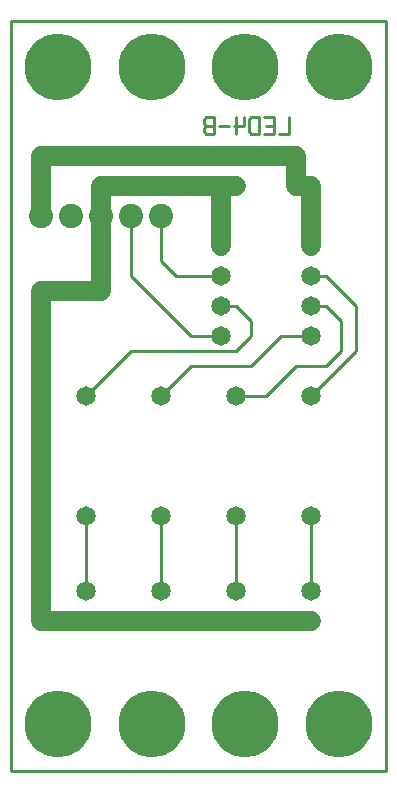
<source format=gbl>
%MOIN*%
%FSLAX25Y25*%
G04 D10 used for Character Trace; *
G04     Circle (OD=.01000) (No hole)*
G04 D11 used for Power Trace; *
G04     Circle (OD=.06700) (No hole)*
G04 D12 used for Signal Trace; *
G04     Circle (OD=.01100) (No hole)*
G04 D13 used for Via; *
G04     Circle (OD=.05800) (Round. Hole ID=.02800)*
G04 D14 used for Component hole; *
G04     Circle (OD=.06500) (Round. Hole ID=.03500)*
G04 D15 used for Component hole; *
G04     Circle (OD=.06700) (Round. Hole ID=.04300)*
G04 D16 used for Component hole; *
G04     Circle (OD=.08100) (Round. Hole ID=.05100)*
G04 D17 used for Component hole; *
G04     Circle (OD=.08900) (Round. Hole ID=.05900)*
G04 D18 used for Component hole; *
G04     Circle (OD=.11300) (Round. Hole ID=.08300)*
G04 D19 used for Component hole; *
G04     Circle (OD=.16000) (Round. Hole ID=.13000)*
G04 D20 used for Component hole; *
G04     Circle (OD=.18300) (Round. Hole ID=.15300)*
G04 D21 used for Component hole; *
G04     Circle (OD=.22291) (Round. Hole ID=.19291)*
%ADD10C,.01000*%
%ADD11C,.06700*%
%ADD12C,.01100*%
%ADD13C,.05800*%
%ADD14C,.06500*%
%ADD15C,.06700*%
%ADD16C,.08100*%
%ADD17C,.08900*%
%ADD18C,.11300*%
%ADD19C,.16000*%
%ADD20C,.18300*%
%ADD21C,.22291*%
%IPPOS*%
%LPD*%
G90*X0Y0D02*D21*X15625Y15625D03*X46875D03*D14*    
X50000Y50000D03*D11*X25000D01*D14*D03*D11*        
X10000D01*Y160000D01*X30000D01*Y185000D01*D16*D03*
D11*Y195000D01*X70000D01*Y175000D01*D14*D03*      
Y165000D03*D12*X55000D01*X50000Y170000D01*        
Y185000D01*D16*D03*X40000D03*D12*Y165000D01*      
X60000Y145000D01*X70000D01*D14*D03*D12*           
X40000Y140000D02*X75000D01*X25000Y125000D02*      
X40000Y140000D01*D14*X25000Y125000D03*X50000D03*  
D12*X60000Y135000D01*X80000D01*X90000Y145000D01*  
X100000D01*D14*D03*D12*X105000Y135000D02*         
X110000Y140000D01*X95000Y135000D02*X105000D01*    
X85000Y125000D02*X95000Y135000D01*                
X75000Y125000D02*X85000D01*D14*X75000D03*D12*     
Y140000D02*X80000Y145000D01*Y150000D01*           
X75000Y155000D01*X70000D01*D14*D03*               
X100000Y125000D03*D12*X115000Y140000D01*          
Y155000D01*X105000Y165000D01*X100000D01*D14*D03*  
Y175000D03*D11*Y195000D01*X95000D01*D14*D03*D11*  
Y205000D01*X10000D01*Y185000D01*D16*D03*X20000D03*
D21*X46875Y234375D03*X15625D03*D10*               
X92511Y217871D02*Y212129D01*X89163D01*X84163D02*  
X87511D01*Y217871D01*X84163D01*X87511Y215000D02*  
X85000D01*X82511Y212129D02*Y217871D01*X80000D01*  
X79163Y216914D01*Y213086D01*X80000Y212129D01*     
X82511D01*X75000Y217871D02*Y212129D01*            
X77511Y217871D02*Y215000D01*X74163D01*X72511D02*  
X69163D01*X67511Y212129D02*Y217871D01*X65000D01*  
X64163Y216914D01*Y215957D01*X65000Y215000D01*     
X64163Y214043D01*Y213086D01*X65000Y212129D01*     
X67511D01*Y215000D02*X65000D01*D11*               
X70000Y195000D02*X75000D01*D14*D03*D21*           
X109375Y234375D03*X78125D03*D14*X100000Y155000D03*
D12*X105000D01*X110000Y150000D01*Y140000D01*D14*  
X75000Y85000D03*D12*Y60000D01*D14*D03*Y50000D03*  
D11*X50000D01*D14*Y60000D03*D12*Y85000D01*D14*D03*
X25000Y60000D03*D12*Y85000D01*D14*D03*D11*        
X75000Y50000D02*X100000D01*D14*D03*Y60000D03*D12* 
Y85000D01*D14*D03*D21*X78125Y15625D03*X109375D03* 
D12*X0Y0D02*X125000D01*X0D02*Y250000D01*          
X125000D01*Y0D01*M02*                             

</source>
